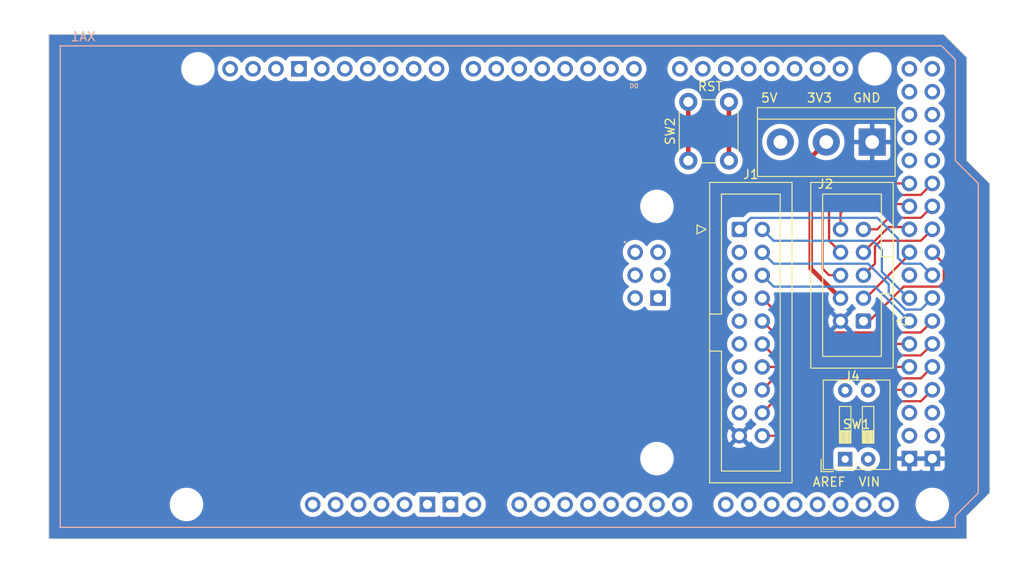
<source format=kicad_pcb>
(kicad_pcb (version 20221018) (generator pcbnew)
  (title_block (title "Control Panel Arduino Mega 2560 Shield") (rev "0"))
  (layers (0 "F.Cu" signal) (31 "B.Cu" signal) (34 "B.Paste" user) (35 "F.Paste" user) (36 "B.SilkS" user "B.Silkscreen") (37 "F.SilkS" user "F.Silkscreen") (38 "B.Mask" user) (39 "F.Mask" user) (44 "Edge.Cuts" user))
  (net 0 "")
  (net 1 "/5V")
  (net 2 "/GND")
  (net 3 "/VR_5")
  (net 4 "/VR_1")
  (net 5 "/VR_2")
  (net 6 "/VR_3")
  (net 7 "/VR_4")
  (net 19 "Net-(XA1-RESET)")
  (net 64 "/3V3")
  (net 66 "/VIN")
  (net 67 "Net-(SW2-Pad2)")
  (net 68 "/AREF")
  (net 69 "/A_ON")
  (net 70 "/A_OFF")
  (net 71 "/B_ON")
  (net 72 "/B_OFF")
  (net 73 "/C_ON")
  (net 74 "/C_OFF")
  (net 75 "/D30")
  (net 76 "/D39")
  (net 77 "/D40")
  (net 78 "/D38")
  (net 79 "/D41")
  (net 80 "/D31")
  (net 81 "/D42")
  (net 82 "/D43")
  (net 83 "/D44")
  (net 84 "/D45")
  (net 85 "/D46")
  (net 86 "/D47")
  (net 87 "/D48")
  (net 88 "/D49")
  (footprint "Button_Switch_THT:SW_DIP_SPSTx02_Slide_9.78x7.26mm_W7.62mm_P2.54mm" (layer "F.Cu") (at 86.8725 45.783763 90)
    (fp_text reference "SW1" (at 3.873763 1.27 180) (layer "F.SilkS"))
    (fp_text value "SW_DIP_x02")
    (fp_line (start -1.38 -2.66) (end -1.38 -1.277) (stroke (width 0.12)) (layer "F.SilkS"))
    (fp_line (start -1.38 -2.66) (end 0.004 -2.66) (stroke (width 0.12)) (layer "F.SilkS"))
    (fp_line (start -1.14 -2.42) (end -1.14 4.96) (stroke (width 0.12)) (layer "F.SilkS"))
    (fp_line (start -1.14 -2.42) (end 8.76 -2.42) (stroke (width 0.12)) (layer "F.SilkS"))
    (fp_line (start -1.14 4.96) (end 8.76 4.96) (stroke (width 0.12)) (layer "F.SilkS"))
    (fp_line (start 1.78 -0.635) (end 1.78 0.635) (stroke (width 0.12)) (layer "F.SilkS"))
    (fp_line (start 1.78 -0.515) (end 3.133333 -0.515) (stroke (width 0.12)) (layer "F.SilkS"))
    (fp_line (start 1.78 -0.395) (end 3.133333 -0.395) (stroke (width 0.12)) (layer "F.SilkS"))
    (fp_line (start 1.78 -0.275) (end 3.133333 -0.275) (stroke (width 0.12)) (layer "F.SilkS"))
    (fp_line (start 1.78 -0.155) (end 3.133333 -0.155) (stroke (width 0.12)) (layer "F.SilkS"))
    (fp_line (start 1.78 -0.035) (end 3.133333 -0.035) (stroke (width 0.12)) (layer "F.SilkS"))
    (fp_line (start 1.78 0.085) (end 3.133333 0.085) (stroke (width 0.12)) (layer "F.SilkS"))
    (fp_line (start 1.78 0.205) (end 3.133333 0.205) (stroke (width 0.12)) (layer "F.SilkS"))
    (fp_line (start 1.78 0.325) (end 3.133333 0.325) (stroke (width 0.12)) (layer "F.SilkS"))
    (fp_line (start 1.78 0.445) (end 3.133333 0.445) (stroke (width 0.12)) (layer "F.SilkS"))
    (fp_line (start 1.78 0.565) (end 3.133333 0.565) (stroke (width 0.12)) (layer "F.SilkS"))
    (fp_line (start 1.78 0.635) (end 5.84 0.635) (stroke (width 0.12)) (layer "F.SilkS"))
    (fp_line (start 1.78 1.905) (end 1.78 3.175) (stroke (width 0.12)) (layer "F.SilkS"))
    (fp_line (start 1.78 2.025) (end 3.133333 2.025) (stroke (width 0.12)) (layer "F.SilkS"))
    (fp_line (start 1.78 2.145) (end 3.133333 2.145) (stroke (width 0.12)) (layer "F.SilkS"))
    (fp_line (start 1.78 2.265) (end 3.133333 2.265) (stroke (width 0.12)) (layer "F.SilkS"))
    (fp_line (start 1.78 2.385) (end 3.133333 2.385) (stroke (width 0.12)) (layer "F.SilkS"))
    (fp_line (start 1.78 2.505) (end 3.133333 2.505) (stroke (width 0.12)) (layer "F.SilkS"))
    (fp_line (start 1.78 2.625) (end 3.133333 2.625) (stroke (width 0.12)) (layer "F.SilkS"))
    (fp_line (start 1.78 2.745) (end 3.133333 2.745) (stroke (width 0.12)) (layer "F.SilkS"))
    (fp_line (start 1.78 2.865) (end 3.133333 2.865) (stroke (width 0.12)) (layer "F.SilkS"))
    (fp_line (start 1.78 2.985) (end 3.133333 2.985) (stroke (width 0.12)) (layer "F.SilkS"))
    (fp_line (start 1.78 3.105) (end 3.133333 3.105) (stroke (width 0.12)) (layer "F.SilkS"))
    (fp_line (start 1.78 3.175) (end 5.84 3.175) (stroke (width 0.12)) (layer "F.SilkS"))
    (fp_line (start 3.133333 -0.635) (end 3.133333 0.635) (stroke (width 0.12)) (layer "F.SilkS"))
    (fp_line (start 3.133333 1.905) (end 3.133333 3.175) (stroke (width 0.12)) (layer "F.SilkS"))
    (fp_line (start 5.84 -0.635) (end 1.78 -0.635) (stroke (width 0.12)) (layer "F.SilkS"))
    (fp_line (start 5.84 0.635) (end 5.84 -0.635) (stroke (width 0.12)) (layer "F.SilkS"))
    (fp_line (start 5.84 1.905) (end 1.78 1.905) (stroke (width 0.12)) (layer "F.SilkS"))
    (fp_line (start 5.84 3.175) (end 5.84 1.905) (stroke (width 0.12)) (layer "F.SilkS"))
    (fp_line (start 8.76 -2.42) (end 8.76 4.96) (stroke (width 0.12)) (layer "F.SilkS"))
    (pad "1" thru_hole rect (at 0 0 90) (size 1.6 1.6) (drill 0.8) (layers "*.Cu" "*.Mask") (net 68 "/AREF"))
    (pad "2" thru_hole oval (at 0 2.54 90) (size 1.6 1.6) (drill 0.8) (layers "*.Cu" "*.Mask") (net 66 "/VIN"))
    (pad "3" thru_hole oval (at 7.62 2.54 90) (size 1.6 1.6) (drill 0.8) (layers "*.Cu" "*.Mask") (net 1 "/5V"))
    (pad "4" thru_hole oval (at 7.62 0 90) (size 1.6 1.6) (drill 0.8) (layers "*.Cu" "*.Mask") (net 1 "/5V"))
  )
  (footprint "Connector_IDC:IDC-Header_2x10_P2.54mm_Vertical" (layer "F.Cu") (at 75.1616 20.332)
    (fp_text reference "J1" (at 1.27 -6.1) (layer "F.SilkS"))
    (fp_text value "IDC_SW")
    (fp_line (start -4.68 -0.5) (end -4.68 0.5) (stroke (width 0.12)) (layer "F.SilkS"))
    (fp_line (start -4.68 0.5) (end -3.68 0) (stroke (width 0.12)) (layer "F.SilkS"))
    (fp_line (start -3.68 0) (end -4.68 -0.5) (stroke (width 0.12)) (layer "F.SilkS"))
    (fp_line (start -3.29 -5.21) (end 5.83 -5.21) (stroke (width 0.12)) (layer "F.SilkS"))
    (fp_line (start -3.29 9.38) (end -1.98 9.38) (stroke (width 0.12)) (layer "F.SilkS"))
    (fp_line (start -3.29 28.07) (end -3.29 -5.21) (stroke (width 0.12)) (layer "F.SilkS"))
    (fp_line (start -1.98 -3.91) (end 4.52 -3.91) (stroke (width 0.12)) (layer "F.SilkS"))
    (fp_line (start -1.98 9.38) (end -1.98 -3.91) (stroke (width 0.12)) (layer "F.SilkS"))
    (fp_line (start -1.98 13.48) (end -3.29 13.48) (stroke (width 0.12)) (layer "F.SilkS"))
    (fp_line (start -1.98 13.48) (end -1.98 13.48) (stroke (width 0.12)) (layer "F.SilkS"))
    (fp_line (start -1.98 26.77) (end -1.98 13.48) (stroke (width 0.12)) (layer "F.SilkS"))
    (fp_line (start 4.52 -3.91) (end 4.52 26.77) (stroke (width 0.12)) (layer "F.SilkS"))
    (fp_line (start 4.52 26.77) (end -1.98 26.77) (stroke (width 0.12)) (layer "F.SilkS"))
    (fp_line (start 5.83 -5.21) (end 5.83 28.07) (stroke (width 0.12)) (layer "F.SilkS"))
    (fp_line (start 5.83 28.07) (end -3.29 28.07) (stroke (width 0.12)) (layer "F.SilkS"))
    (pad "1" thru_hole roundrect (at 0 0) (size 1.7 1.7) (drill 1) (layers "*.Cu" "*.Mask") (roundrect_rratio 0.147059) (net 76 "/D39"))
    (pad "2" thru_hole circle (at 2.54 0) (size 1.7 1.7) (drill 1) (layers "*.Cu" "*.Mask") (net 77 "/D40"))
    (pad "3" thru_hole circle (at 0 2.54) (size 1.7 1.7) (drill 1) (layers "*.Cu" "*.Mask") (net 78 "/D38"))
    (pad "4" thru_hole circle (at 2.54 2.54) (size 1.7 1.7) (drill 1) (layers "*.Cu" "*.Mask") (net 79 "/D41"))
    (pad "5" thru_hole circle (at 0 5.08) (size 1.7 1.7) (drill 1) (layers "*.Cu" "*.Mask") (net 4 "/VR_1"))
    (pad "6" thru_hole circle (at 2.54 5.08) (size 1.7 1.7) (drill 1) (layers "*.Cu" "*.Mask") (net 81 "/D42"))
    (pad "7" thru_hole circle (at 0 7.62) (size 1.7 1.7) (drill 1) (layers "*.Cu" "*.Mask") (net 5 "/VR_2"))
    (pad "8" thru_hole circle (at 2.54 7.62) (size 1.7 1.7) (drill 1) (layers "*.Cu" "*.Mask") (net 82 "/D43"))
    (pad "9" thru_hole circle (at 0 10.16) (size 1.7 1.7) (drill 1) (layers "*.Cu" "*.Mask") (net 6 "/VR_3"))
    (pad "10" thru_hole circle (at 2.54 10.16) (size 1.7 1.7) (drill 1) (layers "*.Cu" "*.Mask") (net 83 "/D44"))
    (pad "11" thru_hole circle (at 0 12.7) (size 1.7 1.7) (drill 1) (layers "*.Cu" "*.Mask") (net 7 "/VR_4"))
    (pad "12" thru_hole circle (at 2.54 12.7) (size 1.7 1.7) (drill 1) (layers "*.Cu" "*.Mask") (net 84 "/D45"))
    (pad "13" thru_hole circle (at 0 15.24) (size 1.7 1.7) (drill 1) (layers "*.Cu" "*.Mask") (net 3 "/VR_5"))
    (pad "14" thru_hole circle (at 2.54 15.24) (size 1.7 1.7) (drill 1) (layers "*.Cu" "*.Mask") (net 85 "/D46"))
    (pad "15" thru_hole circle (at 0 17.78) (size 1.7 1.7) (drill 1) (layers "*.Cu" "*.Mask"))
    (pad "16" thru_hole circle (at 2.54 17.78) (size 1.7 1.7) (drill 1) (layers "*.Cu" "*.Mask") (net 86 "/D47"))
    (pad "17" thru_hole circle (at 0 20.32) (size 1.7 1.7) (drill 1) (layers "*.Cu" "*.Mask") (net 68 "/AREF"))
    (pad "18" thru_hole circle (at 2.54 20.32) (size 1.7 1.7) (drill 1) (layers "*.Cu" "*.Mask") (net 87 "/D48"))
    (pad "19" thru_hole circle (at 0 22.86) (size 1.7 1.7) (drill 1) (layers "*.Cu" "*.Mask") (net 2 "/GND"))
    (pad "20" thru_hole circle (at 2.54 22.86) (size 1.7 1.7) (drill 1) (layers "*.Cu" "*.Mask") (net 88 "/D49"))
  )
  (footprint "Connector_IDC:IDC-Header_2x05_P2.54mm_Vertical" (layer "F.Cu") (at 88.897 30.492 180)
    (fp_text reference "J4" (at 1.27 -6.1) (layer "F.SilkS"))
    (fp_text value "IDC_RF")
    (fp_line (start -4.68 -0.5) (end -4.68 0.5) (stroke (width 0.12)) (layer "F.SilkS"))
    (fp_line (start -4.68 0.5) (end -3.68 0) (stroke (width 0.12)) (layer "F.SilkS"))
    (fp_line (start -3.68 0) (end -4.68 -0.5) (stroke (width 0.12)) (layer "F.SilkS"))
    (fp_line (start -3.29 -5.21) (end 5.83 -5.21) (stroke (width 0.12)) (layer "F.SilkS"))
    (fp_line (start -3.29 3.03) (end -1.98 3.03) (stroke (width 0.12)) (layer "F.SilkS"))
    (fp_line (start -3.29 15.37) (end -3.29 -5.21) (stroke (width 0.12)) (layer "F.SilkS"))
    (fp_line (start -1.98 -3.91) (end 4.52 -3.91) (stroke (width 0.12)) (layer "F.SilkS"))
    (fp_line (start -1.98 3.03) (end -1.98 -3.91) (stroke (width 0.12)) (layer "F.SilkS"))
    (fp_line (start -1.98 7.13) (end -3.29 7.13) (stroke (width 0.12)) (layer "F.SilkS"))
    (fp_line (start -1.98 7.13) (end -1.98 7.13) (stroke (width 0.12)) (layer "F.SilkS"))
    (fp_line (start -1.98 14.07) (end -1.98 7.13) (stroke (width 0.12)) (layer "F.SilkS"))
    (fp_line (start 4.52 -3.91) (end 4.52 14.07) (stroke (width 0.12)) (layer "F.SilkS"))
    (fp_line (start 4.52 14.07) (end -1.98 14.07) (stroke (width 0.12)) (layer "F.SilkS"))
    (fp_line (start 5.83 -5.21) (end 5.83 15.37) (stroke (width 0.12)) (layer "F.SilkS"))
    (fp_line (start 5.83 15.37) (end -3.29 15.37) (stroke (width 0.12)) (layer "F.SilkS"))
    (pad "1" thru_hole roundrect (at 0 0 180) (size 1.7 1.7) (drill 1) (layers "*.Cu" "*.Mask") (roundrect_rratio 0.147059) (net 69 "/A_ON"))
    (pad "2" thru_hole circle (at 2.54 0 180) (size 1.7 1.7) (drill 1) (layers "*.Cu" "*.Mask") (net 2 "/GND"))
    (pad "3" thru_hole circle (at 0 2.54 180) (size 1.7 1.7) (drill 1) (layers "*.Cu" "*.Mask") (net 70 "/A_OFF"))
    (pad "4" thru_hole circle (at 2.54 2.54 180) (size 1.7 1.7) (drill 1) (layers "*.Cu" "*.Mask") (net 64 "/3V3"))
    (pad "5" thru_hole circle (at 0 5.08 180) (size 1.7 1.7) (drill 1) (layers "*.Cu" "*.Mask") (net 71 "/B_ON"))
    (pad "6" thru_hole circle (at 2.54 5.08 180) (size 1.7 1.7) (drill 1) (layers "*.Cu" "*.Mask") (net 75 "/D30"))
    (pad "7" thru_hole circle (at 0 7.62 180) (size 1.7 1.7) (drill 1) (layers "*.Cu" "*.Mask") (net 72 "/B_OFF"))
    (pad "8" thru_hole circle (at 2.54 7.62 180) (size 1.7 1.7) (drill 1) (layers "*.Cu" "*.Mask") (net 80 "/D31"))
    (pad "9" thru_hole circle (at 0 10.16 180) (size 1.7 1.7) (drill 1) (layers "*.Cu" "*.Mask") (net 73 "/C_ON"))
    (pad "10" thru_hole circle (at 2.54 10.16 180) (size 1.7 1.7) (drill 1) (layers "*.Cu" "*.Mask") (net 74 "/C_OFF"))
  )
  (footprint "TerminalBlock:TerminalBlock_bornier-3_P5.08mm" (layer "F.Cu") (at 89.863 10.6558 180)
    (fp_text reference "J2" (at 5.167136 -4.65) (layer "F.SilkS"))
    (fp_text value "Screw_Terminal_01x03")
    (fp_line (start -2.54 -3.81) (end 12.7 -3.81) (stroke (width 0.12)) (layer "F.SilkS"))
    (fp_line (start -2.54 2.54) (end 12.7 2.54) (stroke (width 0.12)) (layer "F.SilkS"))
    (fp_line (start -2.54 3.81) (end -2.54 -3.81) (stroke (width 0.12)) (layer "F.SilkS"))
    (fp_line (start -2.54 3.81) (end 12.7 3.81) (stroke (width 0.12)) (layer "F.SilkS"))
    (fp_line (start 12.7 3.81) (end 12.7 -3.81) (stroke (width 0.12)) (layer "F.SilkS"))
    (pad "1" thru_hole rect (at 0 0 180) (size 3 3) (drill 1.52) (layers "*.Cu" "*.Mask") (net 2 "/GND"))
    (pad "2" thru_hole circle (at 5.08 0 180) (size 3 3) (drill 1.52) (layers "*.Cu" "*.Mask") (net 64 "/3V3"))
    (pad "3" thru_hole circle (at 10.16 0 180) (size 3 3) (drill 1.52) (layers "*.Cu" "*.Mask") (net 1 "/5V"))
  )
  (footprint "PCM_arduino-library:Arduino_Mega2560_Shield" (layer "F.Cu") (at 0 53.34)
    (fp_text reference "XA1" (at 2.54 -54.356) (layer "B.SilkS") (effects (justify mirror)))
    (fp_text value "Arduino_Mega2560_Shield")
    (fp_text user "D0" (at 63.5 -48.895 unlocked) (layer "B.SilkS") (effects (font (size 0.5 0.5) (thickness 0.075)) (justify mirror)))
    (fp_text user "." (at 62.484 -32.004) (layer "B.SilkS"))
    (fp_text user "." (at 62.484 -32.004) (layer "F.SilkS"))
    (fp_text user "D0" (at 63.5 -48.895 unlocked) (layer "F.SilkS") (effects (font (size 0.5 0.5) (thickness 0.075))))
    (fp_line (start 0 -53.34) (end 0 0) (stroke (width 0.15)) (layer "B.SilkS"))
    (fp_line (start 0 -53.34) (end 97.536 -53.34) (stroke (width 0.15)) (layer "B.SilkS"))
    (fp_line (start 0 0) (end 99.06 0) (stroke (width 0.15)) (layer "B.SilkS"))
    (fp_line (start 97.536 -53.34) (end 99.06 -51.816) (stroke (width 0.15)) (layer "B.SilkS"))
    (fp_line (start 99.06 -40.64) (end 99.06 -51.816) (stroke (width 0.15)) (layer "B.SilkS"))
    (fp_line (start 99.06 -1.27) (end 101.6 -3.81) (stroke (width 0.15)) (layer "B.SilkS"))
    (fp_line (start 99.06 0) (end 99.06 -1.27) (stroke (width 0.15)) (layer "B.SilkS"))
    (fp_line (start 101.6 -38.1) (end 99.06 -40.64) (stroke (width 0.15)) (layer "B.SilkS"))
    (fp_line (start 101.6 -3.81) (end 101.6 -38.1) (stroke (width 0.15)) (layer "B.SilkS"))
    (pad "" np_thru_hole circle locked (at 13.97 -2.54) (size 3.2 3.2) (drill 3.2) (layers "*.Cu" "*.Mask"))
    (pad "" np_thru_hole circle locked (at 15.24 -50.8) (size 3.2 3.2) (drill 3.2) (layers "*.Cu" "*.Mask"))
    (pad "" thru_hole oval locked (at 27.94 -2.54) (size 1.7272 1.7272) (drill 1.016) (layers "*.Cu" "*.Mask"))
    (pad "" np_thru_hole circle locked (at 66.04 -35.56) (size 3.2 3.2) (drill 3.2) (layers "*.Cu" "*.Mask"))
    (pad "" np_thru_hole circle locked (at 66.04 -7.62) (size 3.2 3.2) (drill 3.2) (layers "*.Cu" "*.Mask"))
    (pad "" np_thru_hole circle locked (at 90.17 -50.8) (size 3.2 3.2) (drill 3.2) (layers "*.Cu" "*.Mask"))
    (pad "" np_thru_hole circle locked (at 96.52 -2.54) (size 3.2 3.2) (drill 3.2) (layers "*.Cu" "*.Mask"))
    (pad "3V3" thru_hole oval locked (at 35.56 -2.54) (size 1.7272 1.7272) (drill 1.016) (layers "*.Cu" "*.Mask"))
    (pad "5V1" thru_hole oval locked (at 38.1 -2.54) (size 1.7272 1.7272) (drill 1.016) (layers "*.Cu" "*.Mask"))
    (pad "5V2" thru_hole oval locked (at 66.167 -30.48) (size 1.7272 1.7272) (drill 1.016) (layers "*.Cu" "*.Mask"))
    (pad "5V3" thru_hole oval locked (at 93.98 -50.8) (size 1.7272 1.7272) (drill 1.016) (layers "*.Cu" "*.Mask"))
    (pad "5V4" thru_hole oval locked (at 96.52 -50.8) (size 1.7272 1.7272) (drill 1.016) (layers "*.Cu" "*.Mask"))
    (pad "A0" thru_hole oval locked (at 50.8 -2.54) (size 1.7272 1.7272) (drill 1.016) (layers "*.Cu" "*.Mask"))
    (pad "A1" thru_hole oval locked (at 53.34 -2.54) (size 1.7272 1.7272) (drill 1.016) (layers "*.Cu" "*.Mask"))
    (pad "A2" thru_hole oval locked (at 55.88 -2.54) (size 1.7272 1.7272) (drill 1.016) (layers "*.Cu" "*.Mask"))
    (pad "A3" thru_hole oval locked (at 58.42 -2.54) (size 1.7272 1.7272) (drill 1.016) (layers "*.Cu" "*.Mask"))
    (pad "A4" thru_hole oval locked (at 60.96 -2.54) (size 1.7272 1.7272) (drill 1.016) (layers "*.Cu" "*.Mask"))
    (pad "A5" thru_hole oval locked (at 63.5 -2.54) (size 1.7272 1.7272) (drill 1.016) (layers "*.Cu" "*.Mask"))
    (pad "A6" thru_hole oval locked (at 66.04 -2.54) (size 1.7272 1.7272) (drill 1.016) (layers "*.Cu" "*.Mask"))
    (pad "A7" thru_hole oval locked (at 68.58 -2.54) (size 1.7272 1.7272) (drill 1.016) (layers "*.Cu" "*.Mask"))
    (pad "A8" thru_hole oval locked (at 73.66 -2.54) (size 1.7272 1.7272) (drill 1.016) (layers "*.Cu" "*.Mask"))
    (pad "A9" thru_hole oval locked (at 76.2 -2.54) (size 1.7272 1.7272) (drill 1.016) (layers "*.Cu" "*.Mask"))
    (pad "A10" thru_hole oval locked (at 78.74 -2.54) (size 1.7272 1.7272) (drill 1.016) (layers "*.Cu" "*.Mask"))
    (pad "A11" thru_hole oval locked (at 81.28 -2.54) (size 1.7272 1.7272) (drill 1.016) (layers "*.Cu" "*.Mask"))
    (pad "A12" thru_hole oval locked (at 83.82 -2.54) (size 1.7272 1.7272) (drill 1.016) (layers "*.Cu" "*.Mask"))
    (pad "A13" thru_hole oval locked (at 86.36 -2.54) (size 1.7272 1.7272) (drill 1.016) (layers "*.Cu" "*.Mask"))
    (pad "A14" thru_hole oval locked (at 88.9 -2.54) (size 1.7272 1.7272) (drill 1.016) (layers "*.Cu" "*.Mask"))
    (pad "A15" thru_hole oval locked (at 91.44 -2.54) (size 1.7272 1.7272) (drill 1.016) (layers "*.Cu" "*.Mask"))
    (pad "AREF" thru_hole oval locked (at 23.876 -50.8) (size 1.7272 1.7272) (drill 1.016) (layers "*.Cu" "*.Mask") (net 68 "/AREF"))
    (pad "D0" thru_hole oval locked (at 63.5 -50.8) (size 1.7272 1.7272) (drill 1.016) (layers "*.Cu" "*.Mask"))
    (pad "D1" thru_hole oval locked (at 60.96 -50.8) (size 1.7272 1.7272) (drill 1.016) (layers "*.Cu" "*.Mask"))
    (pad "D2" thru_hole oval locked (at 58.42 -50.8) (size 1.7272 1.7272) (drill 1.016) (layers "*.Cu" "*.Mask"))
    (pad "D3" thru_hole oval locked (at 55.88 -50.8) (size 1.7272 1.7272) (drill 1.016) (layers "*.Cu" "*.Mask"))
    (pad "D4" thru_hole oval locked (at 53.34 -50.8) (size 1.7272 1.7272) (drill 1.016) (layers "*.Cu" "*.Mask"))
    (pad "D5" thru_hole oval locked (at 50.8 -50.8) (size 1.7272 1.7272) (drill 1.016) (layers "*.Cu" "*.Mask"))
    (pad "D6" thru_hole oval locked (at 48.26 -50.8) (size 1.7272 1.7272) (drill 1.016) (layers "*.Cu" "*.Mask"))
    (pad "D7" thru_hole oval locked (at 45.72 -50.8) (size 1.7272 1.7272) (drill 1.016) (layers "*.Cu" "*.Mask"))
    (pad "D8" thru_hole oval locked (at 41.656 -50.8) (size 1.7272 1.7272) (drill 1.016) (layers "*.Cu" "*.Mask"))
    (pad "D9" thru_hole oval locked (at 39.116 -50.8) (size 1.7272 1.7272) (drill 1.016) (layers "*.Cu" "*.Mask"))
    (pad "D10" thru_hole oval locked (at 36.576 -50.8) (size 1.7272 1.7272) (drill 1.016) (layers "*.Cu" "*.Mask"))
    (pad "D11" thru_hole oval locked (at 34.036 -50.8) (size 1.7272 1.7272) (drill 1.016) (layers "*.Cu" "*.Mask"))
    (pad "D12" thru_hole oval locked (at 31.496 -50.8) (size 1.7272 1.7272) (drill 1.016) (layers "*.Cu" "*.Mask"))
    (pad "D13" thru_hole oval locked (at 28.956 -50.8) (size 1.7272 1.7272) (drill 1.016) (layers "*.Cu" "*.Mask"))
    (pad "D14" thru_hole oval locked (at 68.58 -50.8) (size 1.7272 1.7272) (drill 1.016) (layers "*.Cu" "*.Mask"))
    (pad "D15" thru_hole oval locked (at 71.12 -50.8) (size 1.7272 1.7272) (drill 1.016) (layers "*.Cu" "*.Mask"))
    (pad "D16" thru_hole oval locked (at 73.66 -50.8) (size 1.7272 1.7272) (drill 1.016) (layers "*.Cu" "*.Mask"))
    (pad "D17" thru_hole oval locked (at 76.2 -50.8) (size 1.7272 1.7272) (drill 1.016) (layers "*.Cu" "*.Mask"))
    (pad "D18" thru_hole oval locked (at 78.74 -50.8) (size 1.7272 1.7272) (drill 1.016) (layers "*.Cu" "*.Mask"))
    (pad "D19" thru_hole oval locked (at 81.28 -50.8) (size 1.7272 1.7272) (drill 1.016) (layers "*.Cu" "*.Mask"))
    (pad "D20" thru_hole oval locked (at 83.82 -50.8) (size 1.7272 1.7272) (drill 1.016) (layers "*.Cu" "*.Mask"))
    (pad "D21" thru_hole oval locked (at 86.36 -50.8) (size 1.7272 1.7272) (drill 1.016) (layers "*.Cu" "*.Mask"))
    (pad "D22" thru_hole oval locked (at 93.98 -48.26) (size 1.7272 1.7272) (drill 1.016) (layers "*.Cu" "*.Mask"))
    (pad "D23" thru_hole oval locked (at 96.52 -48.26) (size 1.7272 1.7272) (drill 1.016) (layers "*.Cu" "*.Mask"))
    (pad "D24" thru_hole oval locked (at 93.98 -45.72) (size 1.7272 1.7272) (drill 1.016) (layers "*.Cu" "*.Mask"))
    (pad "D25" thru_hole oval locked (at 96.52 -45.72) (size 1.7272 1.7272) (drill 1.016) (layers "*.Cu" "*.Mask"))
    (pad "D26" thru_hole oval locked (at 93.98 -43.18) (size 1.7272 1.7272) (drill 1.016) (layers "*.Cu" "*.Mask"))
    (pad "D27" thru_hole oval locked (at 96.52 -43.18) (size 1.7272 1.7272) (drill 1.016) (layers "*.Cu" "*.Mask"))
    (pad "D28" thru_hole oval locked (at 93.98 -40.64) (size 1.7272 1.7272) (drill 1.016) (layers "*.Cu" "*.Mask"))
    (pad "D29" thru_hole oval locked (at 96.52 -40.64) (size 1.7272 1.7272) (drill 1.016) (layers "*.Cu" "*.Mask"))
    (pad "D30" thru_hole oval locked (at 93.98 -38.1) (size 1.7272 1.7272) (drill 1.016) (layers "*.Cu" "*.Mask") (net 75 "/D30"))
    (pad "D31" thru_hole oval locked (at 96.52 -38.1) (size 1.7272 1.7272) (drill 1.016) (layers "*.Cu" "*.Mask") (net 80 "/D31"))
    (pad "D32" thru_hole oval locked (at 93.98 -35.56) (size 1.7272 1.7272) (drill 1.016) (layers "*.Cu" "*.Mask") (net 74 "/C_OFF"))
    (pad "D33" thru_hole oval locked (at 96.52 -35.56) (size 1.7272 1.7272) (drill 1.016) (layers "*.Cu" "*.Mask") (net 73 "/C_ON"))
    (pad "D34" thru_hole oval locked (at 93.98 -33.02) (size 1.7272 1.7272) (drill 1.016) (layers "*.Cu" "*.Mask") (net 72 "/B_OFF"))
    (pad "D35" thru_hole oval locked (at 96.52 -33.02) (size 1.7272 1.7272) (drill 1.016) (layers "*.Cu" "*.Mask") (net 71 "/B_ON"))
    (pad "D36" thru_hole oval locked (at 93.98 -30.48) (size 1.7272 1.7272) (drill 1.016) (layers "*.Cu" "*.Mask") (net 70 "/A_OFF"))
    (pad "D37" thru_hole oval locked (at 96.52 -30.48) (size 1.7272 1.7272) (drill 1.016) (layers "*.Cu" "*.Mask") (net 69 "/A_ON"))
    (pad "D38" thru_hole oval locked (at 93.98 -27.94) (size 1.7272 1.7272) (drill 1.016) (layers "*.Cu" "*.Mask") (net 78 "/D38"))
    (pad "D39" thru_hole oval locked (at 96.52 -27.94) (size 1.7272 1.7272) (drill 1.016) (layers "*.Cu" "*.Mask") (net 76 "/D39"))
    (pad "D40" thru_hole oval locked (at 93.98 -25.4) (size 1.7272 1.7272) (drill 1.016) (layers "*.Cu" "*.Mask") (net 77 "/D40"))
    (pad "D41" thru_hole oval locked (at 96.52 -25.4) (size 1.7272 1.7272) (drill 1.016) (layers "*.Cu" "*.Mask") (net 79 "/D41"))
    (pad "D42" thru_hole oval locked (at 93.98 -22.86) (size 1.7272 1.7272) (drill 1.016) (layers "*.Cu" "*.Mask") (net 81 "/D42"))
    (pad "D43" thru_hole oval locked (at 96.52 -22.86) (size 1.7272 1.7272) (drill 1.016) (layers "*.Cu" "*.Mask") (net 82 "/D43"))
    (pad "D44" thru_hole oval locked (at 93.98 -20.32) (size 1.7272 1.7272) (drill 1.016) (layers "*.Cu" "*.Mask") (net 83 "/D44"))
    (pad "D45" thru_hole oval locked (at 96.52 -20.32) (size 1.7272 1.7272) (drill 1.016) (layers "*.Cu" "*.Mask") (net 84 "/D45"))
    (pad "D46" thru_hole oval locked (at 93.98 -17.78) (size 1.7272 1.7272) (drill 1.016) (layers "*.Cu" "*.Mask") (net 85 "/D46"))
    (pad "D47" thru_hole oval locked (at 96.52 -17.78) (size 1.7272 1.7272) (drill 1.016) (layers "*.Cu" "*.Mask") (net 86 "/D47"))
    (pad "D48" thru_hole oval locked (at 93.98 -15.24) (size 1.7272 1.7272) (drill 1.016) (layers "*.Cu" "*.Mask") (net 87 "/D48"))
    (pad "D49" thru_hole oval locked (at 96.52 -15.24) (size 1.7272 1.7272) (drill 1.016) (layers "*.Cu" "*.Mask") (net 88 "/D49"))
    (pad "D50" thru_hole oval locked (at 93.98 -12.7) (size 1.7272 1.7272) (drill 1.016) (layers "*.Cu" "*.Mask"))
    (pad "D51" thru_hole oval locked (at 96.52 -12.7) (size 1.7272 1.7272) (drill 1.016) (layers "*.Cu" "*.Mask"))
    (pad "D52" thru_hole oval locked (at 93.98 -10.16) (size 1.7272 1.7272) (drill 1.016) (layers "*.Cu" "*.Mask"))
    (pad "D53" thru_hole oval locked (at 96.52 -10.16) (size 1.7272 1.7272) (drill 1.016) (layers "*.Cu" "*.Mask"))
    (pad "GND1" thru_hole rect locked (at 26.416 -50.8) (size 1.7272 1.7272) (drill 1.016) (layers "*.Cu" "*.Mask") (net 67 "Net-(SW2-Pad2)"))
    (pad "GND2" thru_hole rect locked (at 40.64 -2.54) (size 1.7272 1.7272) (drill 1.016) (layers "*.Cu" "*.Mask"))
    (pad "GND3" thru_hole rect locked (at 43.18 -2.54) (size 1.7272 1.7272) (drill 1.016) (layers "*.Cu" "*.Mask"))
    (pad "GND4" thru_hole rect locked (at 66.167 -25.4) (size 1.7272 1.7272) (drill 1.016) (layers "*.Cu" "*.Mask"))
    (pad "GND5" thru_hole rect locked (at 93.98 -7.62) (size 1.7272 1.7272) (drill 1.016) (layers "*.Cu" "*.Mask") (net 2 "/GND"))
    (pad "GND6" thru_hole rect locked (at 96.52 -7.62) (size 1.7272 1.7272) (drill 1.016) (layers "*.Cu" "*.Mask") (net 2 "/GND"))
    (pad "IORF" thru_hole oval locked (at 30.48 -2.54) (size 1.7272 1.7272) (drill 1.016) (layers "*.Cu" "*.Mask"))
    (pad "MISO" thru_hole oval locked (at 63.627 -30.48) (size 1.7272 1.7272) (drill 1.016) (layers "*.Cu" "*.Mask"))
    (pad "MOSI" thru_hole oval locked (at 66.167 -27.94) (size 1.7272 1.7272) (drill 1.016) (layers "*.Cu" "*.Mask"))
    (pad "RST1" thru_hole oval locked (at 33.02 -2.54) (size 1.7272 1.7272) (drill 1.016) (layers "*.Cu" "*.Mask") (net 19 "Net-(XA1-RESET)"))
    (pad "RST2" thru_hole oval locked (at 63.627 -25.4) (size 1.7272 1.7272) (drill 1.016) (layers "*.Cu" "*.Mask"))
    (pad "SCK" thru_hole oval locked (at 63.627 -27.94) (size 1.7272 1.7272) (drill 1.016) (layers "*.Cu" "*.Mask"))
    (pad "SCL" thru_hole oval locked (at 18.796 -50.8) (size 1.7272 1.7272) (drill 1.016) (layers "*.Cu" "*.Mask"))
    (pad "SDA" thru_hole oval locked (at 21.336 -50.8) (size 1.7272 1.7272) (drill 1.016) (layers "*.Cu" "*.Mask"))
    (pad "VIN" thru_hole oval locked (at 45.72 -2.54) (size 1.7272 1.7272) (drill 1.016) (layers "*.Cu" "*.Mask") (net 66 "/VIN"))
  )
  (footprint "Button_Switch_THT:SW_PUSH_6mm_H5mm" (layer "F.Cu") (at 69.51 12.711763 90)
    (fp_text reference "SW2" (at 3.25 -2 90) (layer "F.SilkS"))
    (fp_text value "SW_Push")
    (fp_line (start -0.25 1.5) (end -0.25 3) (stroke (width 0.12)) (layer "F.SilkS"))
    (fp_line (start 1 5.5) (end 5.5 5.5) (stroke (width 0.12)) (layer "F.SilkS"))
    (fp_line (start 5.5 -1) (end 1 -1) (stroke (width 0.12)) (layer "F.SilkS"))
    (fp_line (start 6.75 3) (end 6.75 1.5) (stroke (width 0.12)) (layer "F.SilkS"))
    (pad "1" thru_hole circle (at 0 0 180) (size 2 2) (drill 1.1) (layers "*.Cu" "*.Mask") (net 19 "Net-(XA1-RESET)"))
    (pad "1" thru_hole circle (at 6.5 0 180) (size 2 2) (drill 1.1) (layers "*.Cu" "*.Mask") (net 19 "Net-(XA1-RESET)"))
    (pad "2" thru_hole circle (at 0 4.5 180) (size 2 2) (drill 1.1) (layers "*.Cu" "*.Mask") (net 67 "Net-(SW2-Pad2)"))
    (pad "2" thru_hole circle (at 6.5 4.5 180) (size 2 2) (drill 1.1) (layers "*.Cu" "*.Mask") (net 67 "Net-(SW2-Pad2)"))
  )
  (gr_poly (pts (xy -1.27 -1.27) (xy -1.27 54.61) (xy 100.33 54.61) (xy 100.33 52.07) (xy 102.87 49.53) (xy 102.87 15.24) (xy 100.33 12.7) (xy 100.33 1.27) (xy 97.79 -1.27)) (stroke (width 0.1)) (fill none) (layer "Edge.Cuts"))
  (gr_text "5V" (at 77.47 6.35) (layer "F.SilkS") (effects (font (size 1 1)) (justify left bottom)))
  (gr_text "3V3" (at 82.55 6.35) (layer "F.SilkS") (effects (font (size 1 1)) (justify left bottom)))
  (gr_text "GND" (at 87.63 6.35) (layer "F.SilkS") (effects (font (size 1 1)) (justify left bottom)))
  (gr_text "VIN" (at 88.265 48.895) (layer "F.SilkS") (effects (font (size 1 1)) (justify left bottom)))
  (gr_text "AREF" (at 83.185 48.895) (layer "F.SilkS") (effects (font (size 1 1)) (justify left bottom)))
  (gr_text "RST" (at 70.485 5.08) (layer "F.SilkS") (effects (font (size 1 1)) (justify left bottom)))
  (segment (start 69.51 12.711763) (end 69.51 6.211763) (width 0.5) (layer "F.Cu") (net 19))
  (segment (start 83.058 12.3808) (end 84.783 10.6558) (width 0.5) (layer "F.Cu") (net 64))
  (segment (start 86.357 27.952) (end 83.058 24.653) (width 0.5) (layer "F.Cu") (net 64))
  (segment (start 83.058 24.653) (end 83.058 12.3808) (width 0.5) (layer "F.Cu") (net 64))
  (segment (start 74.01 12.711763) (end 74.01 6.211763) (width 0.5) (layer "F.Cu") (net 67))
  (segment (start 97.79 26.162) (end 97.79 24.13) (width 0.25) (layer "F.Cu") (net 69))
  (segment (start 97.79 24.13) (end 96.52 22.86) (width 0.25) (layer "F.Cu") (net 69))
  (segment (start 88.9 30.48) (end 89.535 30.48) (width 0.25) (layer "F.Cu") (net 69))
  (segment (start 89.535 30.48) (end 93.345 26.67) (width 0.25) (layer "F.Cu") (net 69))
  (segment (start 93.345 26.67) (end 97.282 26.67) (width 0.25) (layer "F.Cu") (net 69))
  (segment (start 97.282 26.67) (end 97.79 26.162) (width 0.25) (layer "F.Cu") (net 69))
  (segment (start 88.9 27.94) (end 89.154 27.94) (width 0.25) (layer "F.Cu") (net 70))
  (segment (start 89.154 27.94) (end 93.98 23.114) (width 0.25) (layer "F.Cu") (net 70))
  (segment (start 93.98 23.114) (end 93.98 22.86) (width 0.25) (layer "F.Cu") (net 70))
  (segment (start 90.17 24.13) (end 90.17 22.226396) (width 0.25) (layer "F.Cu") (net 71))
  (segment (start 90.806396 21.59) (end 95.25 21.59) (width 0.25) (layer "F.Cu") (net 71))
  (segment (start 90.17 22.226396) (end 90.806396 21.59) (width 0.25) (layer "F.Cu") (net 71))
  (segment (start 88.9 25.4) (end 90.17 24.13) (width 0.25) (layer "F.Cu") (net 71))
  (segment (start 95.25 21.59) (end 96.52 20.32) (width 0.25) (layer "F.Cu") (net 71))
  (segment (start 91.694 20.066) (end 93.726 20.066) (width 0.25) (layer "F.Cu") (net 72))
  (segment (start 93.726 20.066) (end 93.98 20.32) (width 0.25) (layer "F.Cu") (net 72))
  (segment (start 88.9 22.86) (end 91.694 20.066) (width 0.25) (layer "F.Cu") (net 72))
  (segment (start 91.694 19.05) (end 95.25 19.05) (width 0.25) (layer "F.Cu") (net 73))
  (segment (start 88.9 20.32) (end 90.424 20.32) (width 0.25) (layer "F.Cu") (net 73))
  (segment (start 95.25 19.05) (end 96.52 17.78) (width 0.25) (layer "F.Cu") (net 73))
  (segment (start 90.424 20.32) (end 91.694 19.05) (width 0.25) (layer "F.Cu") (net 73))
  (segment (start 86.36 18.542) (end 87.376 17.526) (width 0.25) (layer "F.Cu") (net 74))
  (segment (start 93.726 17.526) (end 93.98 17.78) (width 0.25) (layer "F.Cu") (net 74))
  (segment (start 86.36 20.32) (end 86.36 18.542) (width 0.25) (layer "F.Cu") (net 74))
  (segment (start 87.376 17.526) (end 93.726 17.526) (width 0.25) (layer "F.Cu") (net 74))
  (segment (start 84.386 24.696) (end 84.386 16.706) (width 0.25) (layer "F.Cu") (net 75))
  (segment (start 84.386 16.706) (end 85.852 15.24) (width 0.25) (layer "F.Cu") (net 75))
  (segment (start 86.36 25.4) (end 85.09 25.4) (width 0.25) (layer "F.Cu") (net 75))
  (segment (start 85.09 25.4) (end 84.386 24.696) (width 0.25) (layer "F.Cu") (net 75))
  (segment (start 85.852 15.24) (end 93.98 15.24) (width 0.25) (layer "F.Cu") (net 75))
  (segment (start 90.424 19.05) (end 92.71 21.336) (width 0.25) (layer "B.Cu") (net 76))
  (segment (start 95.25 24.13) (end 96.52 25.4) (width 0.25) (layer "B.Cu") (net 76))
  (segment (start 76.4436 19.05) (end 90.424 19.05) (width 0.25) (layer "B.Cu") (net 76))
  (segment (start 93.346396 24.13) (end 95.25 24.13) (width 0.25) (layer "B.Cu") (net 76))
  (segment (start 92.71 21.336) (end 92.71 23.493604) (width 0.25) (layer "B.Cu") (net 76))
  (segment (start 75.1616 20.332) (end 76.4436 19.05) (width 0.25) (layer "B.Cu") (net 76))
  (segment (start 92.71 23.493604) (end 93.346396 24.13) (width 0.25) (layer "B.Cu") (net 76))
  (segment (start 90.932 25.017604) (end 90.932 22.606) (width 0.25) (layer "B.Cu") (net 77))
  (segment (start 90.932 22.606) (end 89.916 21.59) (width 0.25) (layer "B.Cu") (net 77))
  (segment (start 93.854396 27.94) (end 90.932 25.017604) (width 0.25) (layer "B.Cu") (net 77))
  (segment (start 93.98 27.94) (end 93.854396 27.94) (width 0.25) (layer "B.Cu") (net 77))
  (segment (start 89.916 21.59) (end 78.9596 21.59) (width 0.25) (layer "B.Cu") (net 77))
  (segment (start 78.9596 21.59) (end 77.724 20.3544) (width 0.25) (layer "B.Cu") (net 77))
  (segment (start 93.520533 29.21) (end 95.25 29.21) (width 0.25) (layer "B.Cu") (net 79))
  (segment (start 91.694 27.383467) (end 93.520533 29.21) (width 0.25) (layer "B.Cu") (net 79))
  (segment (start 95.25 29.21) (end 96.52 27.94) (width 0.25) (layer "B.Cu") (net 79))
  (segment (start 91.694 26.416) (end 91.694 27.383467) (width 0.25) (layer "B.Cu") (net 79))
  (segment (start 89.408 24.13) (end 91.694 26.416) (width 0.25) (layer "B.Cu") (net 79))
  (segment (start 77.724 22.8944) (end 78.9596 24.13) (width 0.25) (layer "B.Cu") (net 79))
  (segment (start 78.9596 24.13) (end 89.408 24.13) (width 0.25) (layer "B.Cu") (net 79))
  (segment (start 95.25 16.51) (end 96.52 15.24) (width 0.25) (layer "F.Cu") (net 80))
  (segment (start 85.598 16.51) (end 95.25 16.51) (width 0.25) (layer "F.Cu") (net 80))
  (segment (start 86.36 22.86) (end 85.09 21.59) (width 0.25) (layer "F.Cu") (net 80))
  (segment (start 85.09 21.59) (end 85.09 17.018) (width 0.25) (layer "F.Cu") (net 80))
  (segment (start 85.09 17.018) (end 85.598 16.51) (width 0.25) (layer "F.Cu") (net 80))
  (segment (start 77.724 25.4344) (end 78.9596 26.67) (width 0.25) (layer "B.Cu") (net 81))
  (segment (start 90.17 26.67) (end 93.98 30.48) (width 0.25) (layer "B.Cu") (net 81))
  (segment (start 78.9596 26.67) (end 90.17 26.67) (width 0.25) (layer "B.Cu") (net 81))
  (segment (start 77.724 27.9744) (end 81.4996 31.75) (width 0.25) (layer "F.Cu") (net 82))
  (segment (start 81.4996 31.75) (end 95.25 31.75) (width 0.25) (layer "F.Cu") (net 82))
  (segment (start 95.25 31.75) (end 96.52 30.48) (width 0.25) (layer "F.Cu") (net 82))
  (segment (start 77.724 30.5144) (end 80.2296 33.02) (width 0.25) (layer "F.Cu") (net 83))
  (segment (start 80.2296 33.02) (end 93.98 33.02) (width 0.25) (layer "F.Cu") (net 83))
  (segment (start 77.724 33.0544) (end 78.9596 34.29) (width 0.25) (layer "F.Cu") (net 84))
  (segment (start 95.25 34.29) (end 96.52 33.02) (width 0.25) (layer "F.Cu") (net 84))
  (segment (start 78.9596 34.29) (end 95.25 34.29) (width 0.25) (layer "F.Cu") (net 84))
  (segment (start 77.724 35.56) (end 93.98 35.56) (width 0.25) (layer "F.Cu") (net 85))
  (segment (start 95.25 36.83) (end 96.52 35.56) (width 0.25) (layer "F.Cu") (net 86))
  (segment (start 77.7016 38.112) (end 78.9836 36.83) (width 0.25) (layer "F.Cu") (net 86))
  (segment (start 78.9836 36.83) (end 95.25 36.83) (width 0.25) (layer "F.Cu") (net 86))
  (segment (start 89.916 39.624) (end 91.44 38.1) (width 0.25) (layer "F.Cu") (net 87))
  (segment (start 91.44 38.1) (end 93.98 38.1) (width 0.25) (layer "F.Cu") (net 87))
  (segment (start 78.7296 39.624) (end 89.916 39.624) (width 0.25) (layer "F.Cu") (net 87))
  (segment (start 77.7016 40.652) (end 78.7296 39.624) (width 0.25) (layer "F.Cu") (net 87))
  (segment (start 77.7016 43.192) (end 87.872 43.192) (width 0.25) (layer "F.Cu") (net 88))
  (segment (start 87.872 43.192) (end 91.694 39.37) (width 0.25) (layer "F.Cu") (net 88))
  (segment (start 91.694 39.37) (end 95.25 39.37) (width 0.25) (layer "F.Cu") (net 88))
  (segment (start 95.25 39.37) (end 96.52 38.1) (width 0.25) (layer "F.Cu") (net 88))
  (zone (net 2) (net_name "/GND") (layer "B.Cu") (connect_pads (clearance 0.508)) (min_thickness 0.25) (fill yes (thermal_gap 0.5) (thermal_bridge_width 0.5))
    (polygon (pts (xy -5.08 -5.08) (xy 106.68 -5.08) (xy 106.68 58.42) (xy -5.08 58.42)))
  )
)
</source>
